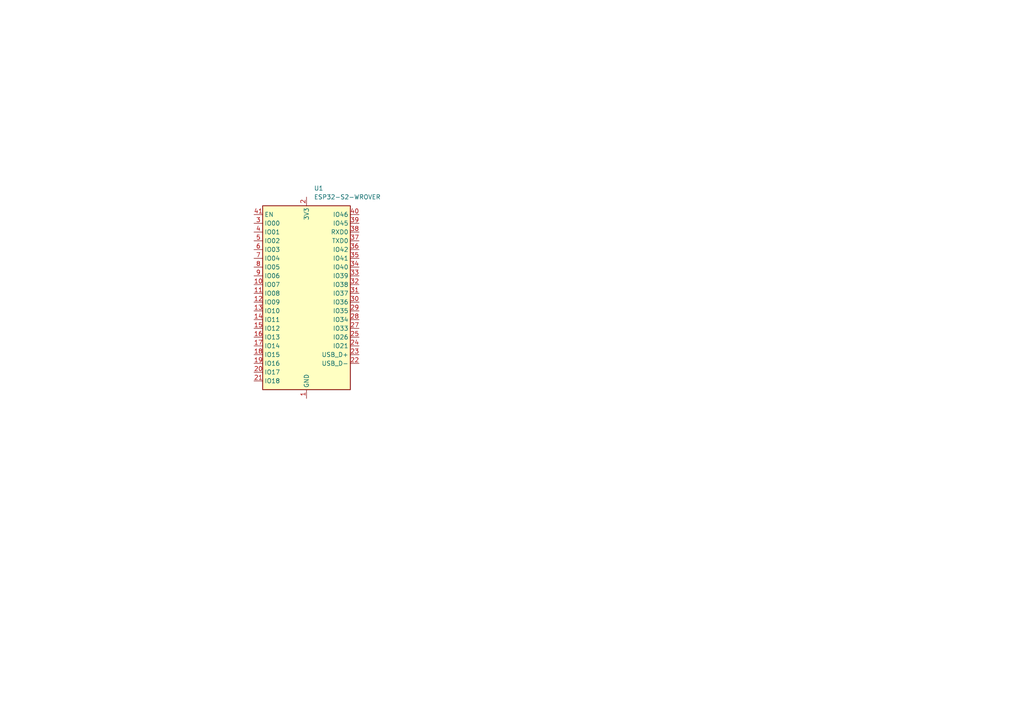
<source format=kicad_sch>
(kicad_sch (version 20250114) (generator "eeschema") (generator_version "9.0")
  (paper "A4")
  (lib_symbols
    (symbol "RF_Module:ESP32-S2-WROVER"
      (property "Reference" "U" (at -12.7 29.21 0))
      (property "Value" "ESP32-S2-WROVER" (at 2.54 29.21 0))
      (symbol "ESP32-S2-WROVER_0_1"
        (rectangle (start -12.7 27.94) (end 12.7 -25.4) (stroke (width 0.254)) (fill (type background)))
      )
      (symbol "ESP32-S2-WROVER_1_1"
        (pin input line (at -15.24 25.4 0) (length 2.54) (name "EN") (number "41"))
        (pin bidirectional line (at -15.24 22.86 0) (length 2.54) (name "IO00") (number "3"))
        (pin bidirectional line (at -15.24 20.32 0) (length 2.54) (name "IO01") (number "4"))
        (pin bidirectional line (at -15.24 17.78 0) (length 2.54) (name "IO02") (number "5"))
        (pin bidirectional line (at -15.24 15.24 0) (length 2.54) (name "IO03") (number "6"))
        (pin bidirectional line (at -15.24 12.7 0) (length 2.54) (name "IO04") (number "7"))
        (pin bidirectional line (at -15.24 10.16 0) (length 2.54) (name "IO05") (number "8"))
        (pin bidirectional line (at -15.24 7.62 0) (length 2.54) (name "IO06") (number "9"))
        (pin bidirectional line (at -15.24 5.08 0) (length 2.54) (name "IO07") (number "10"))
        (pin bidirectional line (at -15.24 2.54 0) (length 2.54) (name "IO08") (number "11"))
        (pin bidirectional line (at -15.24 0 0) (length 2.54) (name "IO09") (number "12"))
        (pin bidirectional line (at -15.24 -2.54 0) (length 2.54) (name "IO10") (number "13"))
        (pin bidirectional line (at -15.24 -5.08 0) (length 2.54) (name "IO11") (number "14"))
        (pin bidirectional line (at -15.24 -7.62 0) (length 2.54) (name "IO12") (number "15"))
        (pin bidirectional line (at -15.24 -10.16 0) (length 2.54) (name "IO13") (number "16"))
        (pin bidirectional line (at -15.24 -12.7 0) (length 2.54) (name "IO14") (number "17"))
        (pin bidirectional line (at -15.24 -15.24 0) (length 2.54) (name "IO15") (number "18"))
        (pin bidirectional line (at -15.24 -17.78 0) (length 2.54) (name "IO16") (number "19"))
        (pin bidirectional line (at -15.24 -20.32 0) (length 2.54) (name "IO17") (number "20"))
        (pin bidirectional line (at -15.24 -22.86 0) (length 2.54) (name "IO18") (number "21"))
        (pin power_in line (at 0 30.48 270) (length 2.54) (name "3V3") (number "2"))
        (pin power_in line (at 0 -27.94 90) (length 2.54) (name "GND") (number "1"))
        (pin passive line (at 0 -27.94 90) (length 2.54) (hide yes) (name "GND") (number "26"))
        (pin passive line (at 0 -27.94 90) (length 2.54) (hide yes) (name "GND") (number "42"))
        (pin passive line (at 0 -27.94 90) (length 2.54) (hide yes) (name "GND") (number "43"))
        (pin input line (at 15.24 25.4 180) (length 2.54) (name "IO46") (number "40"))
        (pin bidirectional line (at 15.24 22.86 180) (length 2.54) (name "IO45") (number "39"))
        (pin bidirectional line (at 15.24 20.32 180) (length 2.54) (name "RXD0") (number "38"))
        (pin bidirectional line (at 15.24 17.78 180) (length 2.54) (name "TXD0") (number "37"))
        (pin bidirectional line (at 15.24 15.24 180) (length 2.54) (name "IO42") (number "36"))
        (pin bidirectional line (at 15.24 12.7 180) (length 2.54) (name "IO41") (number "35"))
        (pin bidirectional line (at 15.24 10.16 180) (length 2.54) (name "IO40") (number "34"))
        (pin bidirectional line (at 15.24 7.62 180) (length 2.54) (name "IO39") (number "33"))
        (pin bidirectional line (at 15.24 5.08 180) (length 2.54) (name "IO38") (number "32"))
        (pin bidirectional line (at 15.24 2.54 180) (length 2.54) (name "IO37") (number "31"))
        (pin bidirectional line (at 15.24 0 180) (length 2.54) (name "IO36") (number "30"))
        (pin bidirectional line (at 15.24 -2.54 180) (length 2.54) (name "IO35") (number "29"))
        (pin bidirectional line (at 15.24 -5.08 180) (length 2.54) (name "IO34") (number "28"))
        (pin bidirectional line (at 15.24 -7.62 180) (length 2.54) (name "IO33") (number "27"))
        (pin bidirectional line (at 15.24 -10.16 180) (length 2.54) (name "IO26") (number "25"))
        (pin bidirectional line (at 15.24 -12.7 180) (length 2.54) (name "IO21") (number "24"))
        (pin bidirectional line (at 15.24 -15.24 180) (length 2.54) (name "USB_D+") (number "23"))
        (pin bidirectional line (at 15.24 -17.78 180) (length 2.54) (name "USB_D-") (number "22"))
      )
    )
  )
  (symbol (lib_id "RF_Module:ESP32-S2-WROVER") (at 88.9 87.63 0) (unit 1)
    (property "Reference" "U1" (at 91.0433 54.61 0) (effects (justify left)))
    (property "Value" "ESP32-S2-WROVER" (at 91.0433 57.15 0) (effects (justify left)))
    (property "Footprint" "RF_Module:ESP32-S2-WROVER" (effects (hide yes)))
    (property "Datasheet" "https://www.espressif.com/sites/default/files/documentation/esp32-s2-wroom_esp32-s2-wroom-i_datasheet_en.pdf" (effects (hide yes)))
    (property "Description" "RF Module, ESP32-D0WDQ6 SoC, Wi-Fi 802.11b/g/n, 32-bit, 2.7-3.6V, onboard antenna, SMD" (effects (hide yes)))
  )
)
</source>
